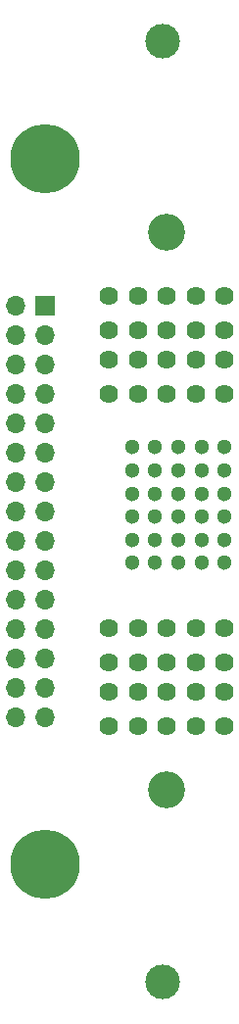
<source format=gbr>
%TF.GenerationSoftware,KiCad,Pcbnew,7.0.8-7.0.8~ubuntu23.04.1*%
%TF.CreationDate,2023-11-06T23:53:30+00:00*%
%TF.ProjectId,BATDATSOCKET01,42415444-4154-4534-9f43-4b455430312e,rev?*%
%TF.SameCoordinates,Original*%
%TF.FileFunction,Soldermask,Bot*%
%TF.FilePolarity,Negative*%
%FSLAX46Y46*%
G04 Gerber Fmt 4.6, Leading zero omitted, Abs format (unit mm)*
G04 Created by KiCad (PCBNEW 7.0.8-7.0.8~ubuntu23.04.1) date 2023-11-06 23:53:30*
%MOMM*%
%LPD*%
G01*
G04 APERTURE LIST*
%ADD10C,3.000000*%
%ADD11C,3.200000*%
%ADD12C,1.300000*%
%ADD13C,1.620000*%
%ADD14C,6.000000*%
%ADD15R,1.700000X1.700000*%
%ADD16O,1.700000X1.700000*%
G04 APERTURE END LIST*
D10*
%TO.C,H2*%
X-9660000Y83527500D03*
%TD*%
D11*
%TO.C,J1*%
X-9300000Y18845000D03*
X-9300000Y67055000D03*
D12*
X-4300000Y38485000D03*
X-4300000Y40485000D03*
X-4300000Y42485000D03*
X-4300000Y44485000D03*
X-4300000Y46485000D03*
X-4300000Y48485000D03*
X-6300000Y38485000D03*
X-6300000Y40485000D03*
X-6300000Y42485000D03*
X-6300000Y44485000D03*
X-6300000Y46485000D03*
X-6300000Y48485000D03*
X-8300000Y38485000D03*
X-8300000Y40485000D03*
X-8300000Y42485000D03*
X-8300000Y44485000D03*
X-8300000Y46485000D03*
X-8300000Y48485000D03*
X-10300000Y38485000D03*
X-10300000Y40485000D03*
X-10300000Y42485000D03*
X-10300000Y44485000D03*
X-10300000Y46485000D03*
X-10300000Y48485000D03*
X-12300000Y38485000D03*
X-12300000Y40485000D03*
X-12300000Y42485000D03*
X-12300000Y44485000D03*
X-12300000Y46485000D03*
X-12300000Y48485000D03*
D13*
X-14300000Y24345000D03*
X-11800000Y24345000D03*
X-9300000Y24345000D03*
X-6800000Y24345000D03*
X-4300000Y24345000D03*
X-14300000Y27345000D03*
X-11800000Y27345000D03*
X-9300000Y27345000D03*
X-6800000Y27345000D03*
X-4300000Y27345000D03*
X-14300000Y29845000D03*
X-11800000Y29845000D03*
X-9300000Y29845000D03*
X-6800000Y29845000D03*
X-4300000Y29845000D03*
X-14300000Y32845000D03*
X-11800000Y32845000D03*
X-9300000Y32845000D03*
X-6800000Y32845000D03*
X-4300000Y32845000D03*
X-14300000Y53055000D03*
X-11800000Y53055000D03*
X-9300000Y53055000D03*
X-6800000Y53055000D03*
X-4300000Y53055000D03*
X-14300000Y56055000D03*
X-11800000Y56055000D03*
X-9300000Y56055000D03*
X-6800000Y56055000D03*
X-4300000Y56055000D03*
X-14300000Y58555000D03*
X-11800000Y58555000D03*
X-9300000Y58555000D03*
X-6800000Y58555000D03*
X-4300000Y58555000D03*
X-14300000Y61555000D03*
X-11800000Y61555000D03*
X-9300000Y61555000D03*
X-6800000Y61555000D03*
X-4300000Y61555000D03*
%TD*%
D14*
%TO.C,H3*%
X-19820000Y73367500D03*
%TD*%
D10*
%TO.C,H1*%
X-9660000Y2247500D03*
%TD*%
D14*
%TO.C,H4*%
X-19820000Y12407500D03*
%TD*%
D15*
%TO.C,J2*%
X-19820000Y60725000D03*
D16*
X-22360000Y60725000D03*
X-19820000Y58185000D03*
X-22360000Y58185000D03*
X-19820000Y55645000D03*
X-22360000Y55645000D03*
X-19820000Y53105000D03*
X-22360000Y53105000D03*
X-19820000Y50565000D03*
X-22360000Y50565000D03*
X-19820000Y48025000D03*
X-22360000Y48025000D03*
X-19820000Y45485000D03*
X-22360000Y45485000D03*
X-19820000Y42945000D03*
X-22360000Y42945000D03*
X-19820000Y40405000D03*
X-22360000Y40405000D03*
X-19820000Y37865000D03*
X-22360000Y37865000D03*
X-19820000Y35325000D03*
X-22360000Y35325000D03*
X-19820000Y32785000D03*
X-22360000Y32785000D03*
X-19820000Y30245000D03*
X-22360000Y30245000D03*
X-19820000Y27705000D03*
X-22360000Y27705000D03*
X-19820000Y25165000D03*
X-22360000Y25165000D03*
%TD*%
M02*

</source>
